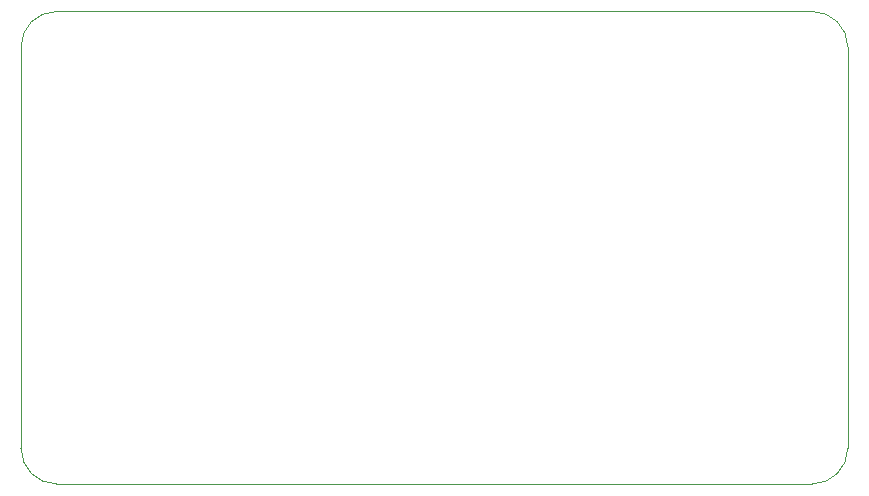
<source format=gm1>
G04 #@! TF.GenerationSoftware,KiCad,Pcbnew,(5.1.5)-3*
G04 #@! TF.CreationDate,2020-11-13T22:42:08+09:00*
G04 #@! TF.ProjectId,shield_servo_adc_sw_gpio_led,73686965-6c64-45f7-9365-72766f5f6164,rev?*
G04 #@! TF.SameCoordinates,PXb532b80PY717cbc0*
G04 #@! TF.FileFunction,Profile,NP*
%FSLAX46Y46*%
G04 Gerber Fmt 4.6, Leading zero omitted, Abs format (unit mm)*
G04 Created by KiCad (PCBNEW (5.1.5)-3) date 2020-11-13 22:42:08*
%MOMM*%
%LPD*%
G04 APERTURE LIST*
%ADD10C,0.050000*%
G04 APERTURE END LIST*
D10*
X0Y-3000000D02*
G75*
G02X3000000Y0I3000000J0D01*
G01*
X3000000Y-40000000D02*
G75*
G02X0Y-37000000I0J3000000D01*
G01*
X70000000Y-37000000D02*
G75*
G02X67000000Y-40000000I-3000000J0D01*
G01*
X67000000Y0D02*
G75*
G02X70000000Y-3000000I0J-3000000D01*
G01*
X3000000Y0D02*
X67000000Y0D01*
X0Y-37000000D02*
X0Y-3000000D01*
X67000000Y-40000000D02*
X3000000Y-40000000D01*
X70000000Y-3000000D02*
X70000000Y-37000000D01*
M02*

</source>
